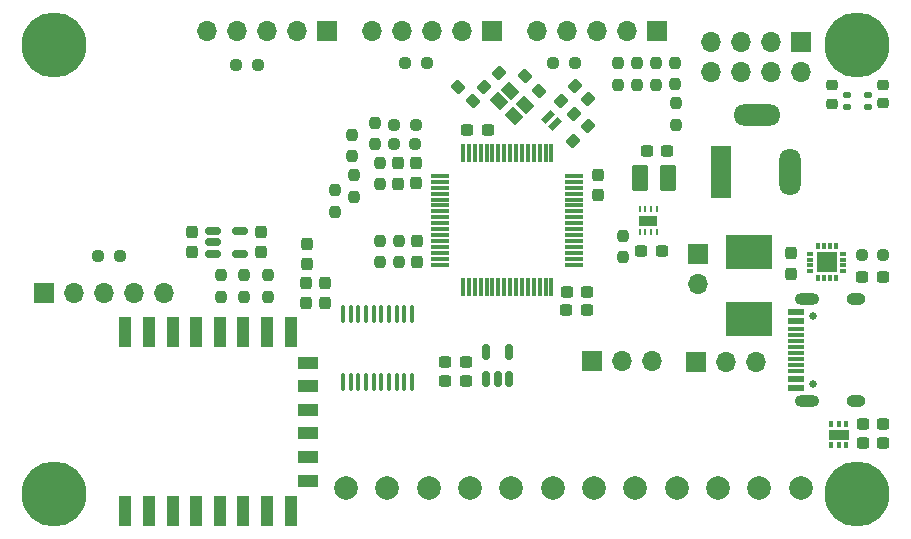
<source format=gts>
G04 #@! TF.GenerationSoftware,KiCad,Pcbnew,7.0.2-0*
G04 #@! TF.CreationDate,2023-09-20T20:36:23-05:00*
G04 #@! TF.ProjectId,spudglo_driver_v5p0,73707564-676c-46f5-9f64-72697665725f,rev?*
G04 #@! TF.SameCoordinates,Original*
G04 #@! TF.FileFunction,Soldermask,Top*
G04 #@! TF.FilePolarity,Negative*
%FSLAX46Y46*%
G04 Gerber Fmt 4.6, Leading zero omitted, Abs format (unit mm)*
G04 Created by KiCad (PCBNEW 7.0.2-0) date 2023-09-20 20:36:23*
%MOMM*%
%LPD*%
G01*
G04 APERTURE LIST*
G04 Aperture macros list*
%AMRoundRect*
0 Rectangle with rounded corners*
0 $1 Rounding radius*
0 $2 $3 $4 $5 $6 $7 $8 $9 X,Y pos of 4 corners*
0 Add a 4 corners polygon primitive as box body*
4,1,4,$2,$3,$4,$5,$6,$7,$8,$9,$2,$3,0*
0 Add four circle primitives for the rounded corners*
1,1,$1+$1,$2,$3*
1,1,$1+$1,$4,$5*
1,1,$1+$1,$6,$7*
1,1,$1+$1,$8,$9*
0 Add four rect primitives between the rounded corners*
20,1,$1+$1,$2,$3,$4,$5,0*
20,1,$1+$1,$4,$5,$6,$7,0*
20,1,$1+$1,$6,$7,$8,$9,0*
20,1,$1+$1,$8,$9,$2,$3,0*%
%AMRotRect*
0 Rectangle, with rotation*
0 The origin of the aperture is its center*
0 $1 length*
0 $2 width*
0 $3 Rotation angle, in degrees counterclockwise*
0 Add horizontal line*
21,1,$1,$2,0,0,$3*%
G04 Aperture macros list end*
%ADD10RoundRect,0.237500X-0.237500X0.250000X-0.237500X-0.250000X0.237500X-0.250000X0.237500X0.250000X0*%
%ADD11RoundRect,0.237500X0.300000X0.237500X-0.300000X0.237500X-0.300000X-0.237500X0.300000X-0.237500X0*%
%ADD12R,1.700000X1.700000*%
%ADD13O,1.700000X1.700000*%
%ADD14RotRect,0.575000X1.140000X135.000000*%
%ADD15RoundRect,0.237500X0.237500X-0.250000X0.237500X0.250000X-0.237500X0.250000X-0.237500X-0.250000X0*%
%ADD16RoundRect,0.075000X-0.075000X0.700000X-0.075000X-0.700000X0.075000X-0.700000X0.075000X0.700000X0*%
%ADD17RoundRect,0.075000X-0.700000X0.075000X-0.700000X-0.075000X0.700000X-0.075000X0.700000X0.075000X0*%
%ADD18RoundRect,0.237500X0.380070X-0.044194X-0.044194X0.380070X-0.380070X0.044194X0.044194X-0.380070X0*%
%ADD19RoundRect,0.237500X-0.237500X0.300000X-0.237500X-0.300000X0.237500X-0.300000X0.237500X0.300000X0*%
%ADD20RoundRect,0.237500X0.250000X0.237500X-0.250000X0.237500X-0.250000X-0.237500X0.250000X-0.237500X0*%
%ADD21C,5.500000*%
%ADD22R,4.000000X3.000000*%
%ADD23RotRect,1.000000X1.200000X45.000000*%
%ADD24RoundRect,0.237500X0.237500X-0.300000X0.237500X0.300000X-0.237500X0.300000X-0.237500X-0.300000X0*%
%ADD25RoundRect,0.237500X-0.250000X-0.237500X0.250000X-0.237500X0.250000X0.237500X-0.250000X0.237500X0*%
%ADD26RoundRect,0.237500X-0.300000X-0.237500X0.300000X-0.237500X0.300000X0.237500X-0.300000X0.237500X0*%
%ADD27RoundRect,0.237500X-0.044194X-0.380070X0.380070X0.044194X0.044194X0.380070X-0.380070X-0.044194X0*%
%ADD28C,2.000000*%
%ADD29RoundRect,0.150000X0.150000X-0.512500X0.150000X0.512500X-0.150000X0.512500X-0.150000X-0.512500X0*%
%ADD30RoundRect,0.218750X-0.256250X0.218750X-0.256250X-0.218750X0.256250X-0.218750X0.256250X0.218750X0*%
%ADD31RoundRect,0.135000X-0.185000X0.135000X-0.185000X-0.135000X0.185000X-0.135000X0.185000X0.135000X0*%
%ADD32R,1.800000X4.400000*%
%ADD33O,1.800000X4.000000*%
%ADD34O,4.000000X1.800000*%
%ADD35C,0.650000*%
%ADD36R,1.450000X0.600000*%
%ADD37R,1.450000X0.300000*%
%ADD38O,2.100000X1.000000*%
%ADD39O,1.600000X1.000000*%
%ADD40R,1.000000X2.500000*%
%ADD41R,1.800000X1.000000*%
%ADD42R,0.400000X0.470000*%
%ADD43R,1.700000X0.950000*%
%ADD44R,0.625000X0.300000*%
%ADD45R,0.300000X0.625000*%
%ADD46RoundRect,0.250001X-0.462499X-0.849999X0.462499X-0.849999X0.462499X0.849999X-0.462499X0.849999X0*%
%ADD47R,0.250000X0.500000*%
%ADD48R,1.600000X0.900000*%
%ADD49RoundRect,0.150000X-0.512500X-0.150000X0.512500X-0.150000X0.512500X0.150000X-0.512500X0.150000X0*%
%ADD50RoundRect,0.100000X-0.100000X0.637500X-0.100000X-0.637500X0.100000X-0.637500X0.100000X0.637500X0*%
G04 APERTURE END LIST*
D10*
X124180000Y-141897500D03*
X124180000Y-143722500D03*
D11*
X106410812Y-165400000D03*
X104685812Y-165400000D03*
D12*
X108610985Y-135770481D03*
D13*
X106070985Y-135770481D03*
X103530985Y-135770481D03*
X100990985Y-135770481D03*
X98450985Y-135770481D03*
D14*
X113970812Y-143630000D03*
X113387448Y-143046636D03*
D15*
X87650812Y-158290000D03*
X87650812Y-156465000D03*
D16*
X113675812Y-146135000D03*
X113175812Y-146135000D03*
X112675812Y-146135000D03*
X112175812Y-146135000D03*
X111675812Y-146135000D03*
X111175812Y-146135000D03*
X110675812Y-146135000D03*
X110175812Y-146135000D03*
X109675812Y-146135000D03*
X109175812Y-146135000D03*
X108675812Y-146135000D03*
X108175812Y-146135000D03*
X107675812Y-146135000D03*
X107175812Y-146135000D03*
X106675812Y-146135000D03*
X106175812Y-146135000D03*
D17*
X104250812Y-148060000D03*
X104250812Y-148560000D03*
X104250812Y-149060000D03*
X104250812Y-149560000D03*
X104250812Y-150060000D03*
X104250812Y-150560000D03*
X104250812Y-151060000D03*
X104250812Y-151560000D03*
X104250812Y-152060000D03*
X104250812Y-152560000D03*
X104250812Y-153060000D03*
X104250812Y-153560000D03*
X104250812Y-154060000D03*
X104250812Y-154560000D03*
X104250812Y-155060000D03*
X104250812Y-155560000D03*
D16*
X106175812Y-157485000D03*
X106675812Y-157485000D03*
X107175812Y-157485000D03*
X107675812Y-157485000D03*
X108175812Y-157485000D03*
X108675812Y-157485000D03*
X109175812Y-157485000D03*
X109675812Y-157485000D03*
X110175812Y-157485000D03*
X110675812Y-157485000D03*
X111175812Y-157485000D03*
X111675812Y-157485000D03*
X112175812Y-157485000D03*
X112675812Y-157485000D03*
X113175812Y-157485000D03*
X113675812Y-157485000D03*
D17*
X115600812Y-155560000D03*
X115600812Y-155060000D03*
X115600812Y-154560000D03*
X115600812Y-154060000D03*
X115600812Y-153560000D03*
X115600812Y-153060000D03*
X115600812Y-152560000D03*
X115600812Y-152060000D03*
X115600812Y-151560000D03*
X115600812Y-151060000D03*
X115600812Y-150560000D03*
X115600812Y-150060000D03*
X115600812Y-149560000D03*
X115600812Y-149060000D03*
X115600812Y-148560000D03*
X115600812Y-148060000D03*
D18*
X107010572Y-141739760D03*
X105790812Y-140520000D03*
D11*
X123473312Y-145940000D03*
X121748312Y-145940000D03*
D12*
X126080812Y-154670000D03*
D13*
X126080812Y-157210000D03*
D19*
X92947812Y-153789000D03*
X92947812Y-155514000D03*
D12*
X94626961Y-135763288D03*
D13*
X92086961Y-135763288D03*
X89546961Y-135763288D03*
X87006961Y-135763288D03*
X84466961Y-135763288D03*
D20*
X115645812Y-138460000D03*
X113820812Y-138460000D03*
D10*
X96960812Y-148020000D03*
X96960812Y-149845000D03*
D21*
X139570812Y-174950000D03*
D22*
X130390812Y-154530000D03*
X130390812Y-160130000D03*
D23*
X109270812Y-141750000D03*
X110472893Y-142952081D03*
X111392132Y-142032842D03*
X110190051Y-140830761D03*
D10*
X100750812Y-153560000D03*
X100750812Y-155385000D03*
D24*
X102210812Y-148695000D03*
X102210812Y-146970000D03*
D12*
X117070812Y-163770000D03*
D13*
X119610812Y-163770000D03*
X122150812Y-163770000D03*
D25*
X139950812Y-154770000D03*
X141775812Y-154770000D03*
X75315812Y-154820000D03*
X77140812Y-154820000D03*
D24*
X102320812Y-155310000D03*
X102320812Y-153585000D03*
D25*
X100330812Y-145320000D03*
X102155812Y-145320000D03*
D10*
X122540812Y-138510000D03*
X122540812Y-140335000D03*
D26*
X114978312Y-157920000D03*
X116703312Y-157920000D03*
D27*
X114480240Y-141694760D03*
X115700000Y-140475000D03*
D20*
X102175812Y-143720000D03*
X100350812Y-143720000D03*
D12*
X70691547Y-157988904D03*
D13*
X73231547Y-157988904D03*
X75771547Y-157988904D03*
X78311547Y-157988904D03*
X80851547Y-157988904D03*
D15*
X119700812Y-154962500D03*
X119700812Y-153137500D03*
D28*
X134780813Y-174489989D03*
X131280813Y-174489989D03*
X127780813Y-174489989D03*
X124280813Y-174489989D03*
X120780813Y-174489989D03*
X117280813Y-174489989D03*
X113780813Y-174489989D03*
X110280813Y-174489989D03*
X106780813Y-174489989D03*
X103280813Y-174489989D03*
X99780813Y-174489989D03*
X96280813Y-174489989D03*
D26*
X121290812Y-154380000D03*
X123015812Y-154380000D03*
D20*
X103135812Y-138490000D03*
X101310812Y-138490000D03*
D15*
X85660812Y-158310000D03*
X85660812Y-156485000D03*
D29*
X108160812Y-165265000D03*
X109110812Y-165265000D03*
X110060812Y-165265000D03*
X110060812Y-162990000D03*
X108160812Y-162990000D03*
D27*
X107990932Y-140539880D03*
X109210692Y-139320120D03*
D26*
X106535812Y-144170000D03*
X108260812Y-144170000D03*
D12*
X134760000Y-136730000D03*
D13*
X134760000Y-139270000D03*
X132220000Y-136730000D03*
X132220000Y-139270000D03*
X129680000Y-136730000D03*
X129680000Y-139270000D03*
X127140000Y-136730000D03*
X127140000Y-139270000D03*
D30*
X141770000Y-140350000D03*
X141770000Y-141925000D03*
D10*
X98740812Y-143547500D03*
X98740812Y-145372500D03*
D31*
X138700000Y-141200000D03*
X138700000Y-142220000D03*
D15*
X99150812Y-148762500D03*
X99150812Y-146937500D03*
X99190812Y-155365000D03*
X99190812Y-153540000D03*
D21*
X139570812Y-136950000D03*
D26*
X140000812Y-156580000D03*
X141725812Y-156580000D03*
D32*
X128050812Y-147710000D03*
D33*
X133850812Y-147710000D03*
D34*
X131050812Y-142910000D03*
D27*
X115520932Y-145079880D03*
X116740692Y-143860120D03*
D15*
X95320812Y-151095000D03*
X95320812Y-149270000D03*
D12*
X125880812Y-163810000D03*
D13*
X128420812Y-163810000D03*
X130960812Y-163810000D03*
D35*
X135840812Y-165690000D03*
X135840812Y-159910000D03*
D36*
X134395812Y-166050000D03*
X134395812Y-165250000D03*
D37*
X134395812Y-164050000D03*
X134395812Y-163050000D03*
X134395812Y-162550000D03*
X134395812Y-161550000D03*
D36*
X134395812Y-160350000D03*
X134395812Y-159550000D03*
X134395812Y-159550000D03*
X134395812Y-160350000D03*
D37*
X134395812Y-161050000D03*
X134395812Y-162050000D03*
X134395812Y-163550000D03*
X134395812Y-164550000D03*
D36*
X134395812Y-165250000D03*
X134395812Y-166050000D03*
D38*
X135310812Y-167120000D03*
D39*
X139490812Y-167120000D03*
D38*
X135310812Y-158480000D03*
D39*
X139490812Y-158480000D03*
D40*
X77590812Y-176460000D03*
X79590812Y-176460000D03*
X81590812Y-176460000D03*
X83590812Y-176460000D03*
X85590812Y-176460000D03*
X87590812Y-176460000D03*
X89590812Y-176460000D03*
X91590812Y-176460000D03*
D41*
X93090812Y-173860000D03*
X93090812Y-171860000D03*
X93090812Y-169860000D03*
X93090812Y-167860000D03*
X93090812Y-165860000D03*
X93090812Y-163860000D03*
D40*
X91590812Y-161260000D03*
X89590812Y-161260000D03*
X87590812Y-161260000D03*
X85590812Y-161260000D03*
X83590812Y-161260000D03*
X81590812Y-161260000D03*
X79590812Y-161260000D03*
X77590812Y-161260000D03*
D11*
X106408312Y-163825000D03*
X104683312Y-163825000D03*
D26*
X140055812Y-169100000D03*
X141780812Y-169100000D03*
D12*
X122570073Y-135769092D03*
D13*
X120030073Y-135769092D03*
X117490073Y-135769092D03*
X114950073Y-135769092D03*
X112410073Y-135769092D03*
D26*
X114940812Y-159450000D03*
X116665812Y-159450000D03*
D10*
X89670812Y-156485000D03*
X89670812Y-158310000D03*
D42*
X138640812Y-169040000D03*
X137990812Y-169040000D03*
X137340812Y-169040000D03*
X137340812Y-170870000D03*
X137990812Y-170870000D03*
X138640812Y-170870000D03*
D43*
X137990812Y-169955000D03*
D27*
X115575000Y-142800000D03*
X116794760Y-141580240D03*
D15*
X96800812Y-146380000D03*
X96800812Y-144555000D03*
D44*
X138373312Y-156135000D03*
X138373312Y-155635000D03*
X138373312Y-155135000D03*
X138373312Y-154635000D03*
D45*
X137765812Y-153967500D03*
X137265812Y-153967500D03*
X136765812Y-153967500D03*
X136265812Y-153967500D03*
D44*
X135598312Y-154635000D03*
X135598312Y-155135000D03*
X135598312Y-155635000D03*
X135598312Y-156135000D03*
D45*
X136265812Y-156742500D03*
X136765812Y-156742500D03*
X137265812Y-156742500D03*
X137765812Y-156742500D03*
D12*
X136990812Y-155360000D03*
D19*
X83260812Y-152815000D03*
X83260812Y-154540000D03*
D46*
X121210812Y-148230000D03*
X123535812Y-148230000D03*
D18*
X112610572Y-140849760D03*
X111390812Y-139630000D03*
D20*
X88800812Y-138670000D03*
X86975812Y-138670000D03*
D24*
X100660812Y-148705000D03*
X100660812Y-146980000D03*
D21*
X71570812Y-174950000D03*
D24*
X92890812Y-158845000D03*
X92890812Y-157120000D03*
D19*
X117640812Y-147950000D03*
X117640812Y-149675000D03*
D47*
X121130812Y-152790000D03*
X121630812Y-152790000D03*
X122130812Y-152790000D03*
X122630812Y-152790000D03*
X122630812Y-150890000D03*
X122130812Y-150890000D03*
X121630812Y-150890000D03*
X121130812Y-150890000D03*
D48*
X121880812Y-151840000D03*
D49*
X85043312Y-152740000D03*
X85043312Y-153690000D03*
X85043312Y-154640000D03*
X87318312Y-154640000D03*
X87318312Y-152740000D03*
D50*
X101870812Y-159775000D03*
X101220812Y-159775000D03*
X100570812Y-159775000D03*
X99920812Y-159775000D03*
X99270812Y-159775000D03*
X98620812Y-159775000D03*
X97970812Y-159775000D03*
X97320812Y-159775000D03*
X96670812Y-159775000D03*
X96020812Y-159775000D03*
X96020812Y-165500000D03*
X96670812Y-165500000D03*
X97320812Y-165500000D03*
X97970812Y-165500000D03*
X98620812Y-165500000D03*
X99270812Y-165500000D03*
X99920812Y-165500000D03*
X100570812Y-165500000D03*
X101220812Y-165500000D03*
X101870812Y-165500000D03*
D10*
X124160812Y-138465000D03*
X124160812Y-140290000D03*
D30*
X137420000Y-140375000D03*
X137420000Y-141950000D03*
D21*
X71570812Y-136950000D03*
D26*
X140055812Y-170700000D03*
X141780812Y-170700000D03*
D19*
X89120812Y-152785000D03*
X89120812Y-154510000D03*
D10*
X119290812Y-138507500D03*
X119290812Y-140332500D03*
X120910812Y-138520000D03*
X120910812Y-140345000D03*
D24*
X94471812Y-158816000D03*
X94471812Y-157091000D03*
D31*
X140500000Y-141200000D03*
X140500000Y-142220000D03*
D24*
X133980812Y-156345000D03*
X133980812Y-154620000D03*
M02*

</source>
